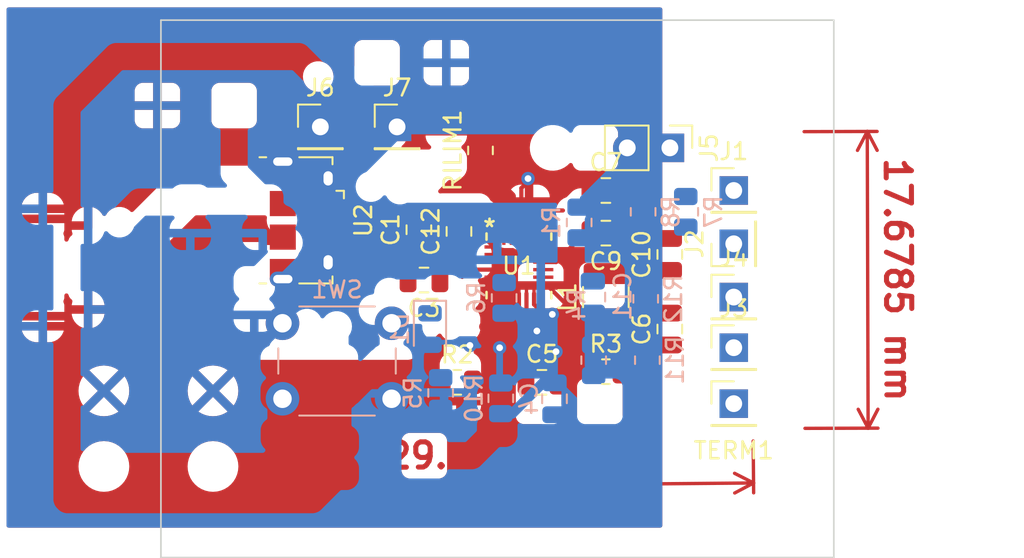
<source format=kicad_pcb>
(kicad_pcb (version 20211014) (generator pcbnew)
  (layers (0 "F.Cu" signal) (31 "B.Cu" signal) (34 "B.Paste" user) (35 "F.Paste" user) (36 "B.SilkS" user "B.Silkscreen") (37 "F.SilkS" user "F.Silkscreen") (38 "B.Mask" user) (39 "F.Mask" user) (44 "Edge.Cuts" user))
  (net 0 "")
  (net 1 "Net-(C1-Pad1)")
  (net 2 "Net-(C3-Pad1)")
  (net 3 "/VREF")
  (net 4 "GNDA")
  (net 5 "Net-(C5-Pad1)")
  (net 6 "Net-(C7-Pad1)")
  (net 7 "/SYS")
  (net 8 "Net-(C11-Pad2)")
  (net 9 "Net-(D1-Pad1)")
  (net 10 "Net-(D1-Pad2)")
  (net 11 "/SCL")
  (net 12 "/SDA")
  (net 13 "Net-(C5-Pad2)")
  (net 14 "Net-(R1-Pad1)")
  (net 15 "Net-(R2-Pad1)")
  (net 16 "Net-(C6-Pad1)")
  (net 17 "Net-(R4-Pad1)")
  (net 18 "Net-(R11-Pad2)")
  (net 19 "Net-(R10-Pad2)")
  (net 20 "Net-(RILIM1-Pad1)")
  (net 22 "GNDPWR")
  (net 23 "Net-(U1-Pad25)")
  (net 24 "Net-(U1-Pad26)")
  (net 25 "Net-(C12-Pad1)")
  (net 26 "Net-(TERM1-Pad1)")
  (footprint "Capacitor_SMD:C_0805_2012Metric" (layer "F.Cu") (at 120.97 129.54)
    (fp_text reference "C5" (at 0 -1.68) (layer "F.SilkS"))
    (fp_text value "47nF")
    (fp_line (start -0.261252 -0.735) (end 0.261252 -0.735) (layer "F.SilkS") (width 0.12))
    (fp_line (start -0.261252 0.735) (end 0.261252 0.735) (layer "F.SilkS") (width 0.12))
    (pad "1" smd roundrect (at -0.95 0) (size 1 1.45) (layers "F.Cu" "F.Paste" "F.Mask") (net 5 "Net-(C5-Pad1)"))
    (pad "2" smd roundrect (at 0.95 0) (size 1 1.45) (layers "F.Cu" "F.Paste" "F.Mask") (net 13 "Net-(C5-Pad2)"))
  )
  (footprint "Resistor_SMD:R_0805_2012Metric" (layer "F.Cu") (at 115.9275 129.54)
    (fp_text reference "R2" (at 0 -1.65) (layer "F.SilkS"))
    (fp_text value "0")
    (fp_line (start -0.227064 0.735) (end 0.227064 0.735) (layer "F.SilkS") (width 0.12))
    (fp_line (start -0.227064 -0.735) (end 0.227064 -0.735) (layer "F.SilkS") (width 0.12))
    (pad "1" smd roundrect (at -0.9125 0) (size 1.025 1.4) (layers "F.Cu" "F.Paste" "F.Mask") (roundrect_rratio 0.243902) (net 15 "Net-(R2-Pad1)"))
    (pad "2" smd roundrect (at 0.9125 0) (size 1.025 1.4) (layers "F.Cu" "F.Paste" "F.Mask") (roundrect_rratio 0.243902) (net 5 "Net-(C5-Pad1)"))
  )
  (footprint "Connector_PinHeader_2.54mm:PinHeader_1x01_P2.54mm_Vertical" (layer "F.Cu") (at 132.4 127.475)
    (fp_text reference "J3" (at 0 -2.33) (layer "F.SilkS"))
    (fp_text value "Conn_01x01_Female")
    (fp_line (start -1.33 1.27) (end -1.33 1.33) (layer "F.SilkS") (width 0.12))
    (fp_line (start -1.33 0) (end -1.33 -1.33) (layer "F.SilkS") (width 0.12))
    (fp_line (start -1.33 1.33) (end 1.33 1.33) (layer "F.SilkS") (width 0.12))
    (fp_line (start -1.33 -1.33) (end 0 -1.33) (layer "F.SilkS") (width 0.12))
    (fp_line (start -1.33 1.27) (end 1.33 1.27) (layer "F.SilkS") (width 0.12))
    (fp_line (start 1.33 1.27) (end 1.33 1.33) (layer "F.SilkS") (width 0.12))
    (pad "1" thru_hole rect (at 0 0) (size 1.7 1.7) (drill 1) (layers *.Cu *.Mask) (net 7 "/SYS"))
  )
  (footprint "Capacitor_SMD:C_0805_2012Metric" (layer "F.Cu") (at 124.78 120.65 180)
    (fp_text reference "C9" (at 0 -1.68) (layer "F.SilkS"))
    (fp_text value "22uF")
    (fp_line (start -0.261252 -0.735) (end 0.261252 -0.735) (layer "F.SilkS") (width 0.12))
    (fp_line (start -0.261252 0.735) (end 0.261252 0.735) (layer "F.SilkS") (width 0.12))
    (pad "1" smd roundrect (at -0.95 0 180) (size 1 1.45) (layers "F.Cu" "F.Paste" "F.Mask") (net 22 "GNDPWR"))
    (pad "2" smd roundrect (at 0.95 0 180) (size 1 1.45) (layers "F.Cu" "F.Paste" "F.Mask") (net 6 "Net-(C7-Pad1)"))
  )
  (footprint "Connector_USB:USB_Micro-B_Amphenol_10118194_Horizontal" (layer "F.Cu") (at 106.8324 119.888 -90)
    (fp_text reference "U2" (at 0 -3.5 90) (layer "F.SilkS"))
    (fp_text value "USB_BQ25629")
    (fp_line (start -1.76 -1.89) (end -1.76 -2.34) (layer "F.SilkS") (width 0.12))
    (fp_line (start -3.76 0.32) (end -3.76 -1.66) (layer "F.SilkS") (width 0.12))
    (fp_line (start -3.76 -1.66) (end -3.34 -1.66) (layer "F.SilkS") (width 0.12))
    (fp_line (start 3.76 -1.66) (end 3.34 -1.66) (layer "F.SilkS") (width 0.12))
    (fp_line (start 3.76 2.29) (end 3.76 2.69) (layer "F.SilkS") (width 0.12))
    (fp_line (start 3.76 0.32) (end 3.76 -1.66) (layer "F.SilkS") (width 0.12))
    (fp_line (start -1.31 -2.34) (end -1.76 -2.34) (layer "F.SilkS") (width 0.12))
    (fp_line (start -3.76 2.69) (end -3.76 2.29) (layer "F.SilkS") (width 0.12))
    (pad "1" smd rect (at -1.3 -1.4 270) (size 0.4 1.35) (layers "F.Cu" "F.Paste" "F.Mask") (net 25 "Net-(C12-Pad1)"))
    (pad "2" smd rect (at -0.65 -1.4 270) (size 0.4 1.35) (layers "F.Cu" "F.Paste" "F.Mask") (net 23 "Net-(U1-Pad25)"))
    (pad "3" smd rect (at 0 -1.4 270) (size 0.4 1.35) (layers "F.Cu" "F.Paste" "F.Mask") (net 24 "Net-(U1-Pad26)"))
    (pad "4" smd rect (at 0.65 -1.4 270) (size 0.4 1.35) (layers "F.Cu" "F.Paste" "F.Mask"))
    (pad "5" smd rect (at 1.3 -1.4 270) (size 0.4 1.35) (layers "F.Cu" "F.Paste" "F.Mask") (net 22 "GNDPWR"))
    (pad "6" thru_hole oval (at 3.5 1.3 270) (size 0.89 1.55) (drill oval 0.5 1.15) (layers *.Cu *.Mask) (net 22 "GNDPWR"))
    (pad "6" smd rect (at -1 1.3 270) (size 1.5 1.55) (layers "F.Cu" "F.Paste" "F.Mask") (net 22 "GNDPWR"))
    (pad "6" thru_hole oval (at -2.5 -1.4 270) (size 1.25 0.95) (drill oval 0.85 0.55) (layers *.Cu *.Mask) (net 22 "GNDPWR"))
    (pad "6" thru_hole oval (at 2.5 -1.4 270) (size 1.25 0.95) (drill oval 0.85 0.55) (layers *.Cu *.Mask) (net 22 "GNDPWR"))
    (pad "6" thru_hole oval (at -3.5 1.3 270) (size 0.89 1.55) (drill oval 0.5 1.15) (layers *.Cu *.Mask) (net 22 "GNDPWR"))
    (pad "6" smd rect (at -2.9 1.3 270) (size 1.2 1.55) (layers "F.Cu" "F.Paste" "F.Mask") (net 22 "GNDPWR"))
    (pad "6" smd rect (at 2.9 1.3 270) (size 1.2 1.55) (layers "F.Cu" "F.Paste" "F.Mask") (net 22 "GNDPWR"))
    (pad "6" smd rect (at 1 1.3 270) (size 1.5 1.55) (layers "F.Cu" "F.Paste" "F.Mask") (net 22 "GNDPWR"))
  )
  (footprint "Connector_PinHeader_2.54mm:PinHeader_1x01_P2.54mm_Vertical" (layer "F.Cu") (at 112.34 114.32)
    (fp_text reference "J7" (at 0 -2.33) (layer "F.SilkS"))
    (fp_text value "Conn_01x01_Female" hide)
    (fp_line (start -1.33 1.27) (end 1.33 1.27) (layer "F.SilkS") (width 0.12))
    (fp_line (start -1.33 0) (end -1.33 -1.33) (layer "F.SilkS") (width 0.12))
    (fp_line (start 1.33 1.27) (end 1.33 1.33) (layer "F.SilkS") (width 0.12))
    (fp_line (start -1.33 1.27) (end -1.33 1.33) (layer "F.SilkS") (width 0.12))
    (fp_line (start -1.33 -1.33) (end 0 -1.33) (layer "F.SilkS") (width 0.12))
    (fp_line (start -1.33 1.33) (end 1.33 1.33) (layer "F.SilkS") (width 0.12))
    (pad "1" thru_hole rect (at 0 0) (size 1.7 1.7) (drill 1) (layers *.Cu *.Mask) (net 25 "Net-(C12-Pad1)"))
  )
  (footprint "Capacitor_SMD:C_0805_2012Metric" (layer "F.Cu") (at 124.78 118.11)
    (fp_text reference "C7" (at 0 -1.68) (layer "F.SilkS"))
    (fp_text value "NC")
    (fp_line (start -0.261252 -0.735) (end 0.261252 -0.735) (layer "F.SilkS") (width 0.12))
    (fp_line (start -0.261252 0.735) (end 0.261252 0.735) (layer "F.SilkS") (width 0.12))
    (pad "1" smd roundrect (at -0.95 0) (size 1 1.45) (layers "F.Cu" "F.Paste" "F.Mask") (net 6 "Net-(C7-Pad1)"))
    (pad "2" smd roundrect (at 0.95 0) (size 1 1.45) (layers "F.Cu" "F.Paste" "F.Mask") (net 22 "GNDPWR"))
  )
  (footprint "Capacitor_SMD:C_0805_2012Metric" (layer "F.Cu") (at 116.0272 120.5484 90)
    (fp_text reference "C12" (at 0 -1.68 90) (layer "F.SilkS"))
    (fp_text value "1uF")
    (fp_line (start -0.261252 0.735) (end 0.261252 0.735) (layer "F.SilkS") (width 0.12))
    (fp_line (start -0.261252 -0.735) (end 0.261252 -0.735) (layer "F.SilkS") (width 0.12))
    (pad "1" smd roundrect (at -0.95 0 90) (size 1 1.45) (layers "F.Cu" "F.Paste" "F.Mask") (net 25 "Net-(C12-Pad1)"))
    (pad "2" smd roundrect (at 0.95 0 90) (size 1 1.45) (layers "F.Cu" "F.Paste" "F.Mask") (net 22 "GNDPWR"))
  )
  (footprint "Capacitor_SMD:C_0805_2012Metric" (layer "F.Cu") (at 113.6396 120.4468 90)
    (fp_text reference "C1" (at 0 -1.68 90) (layer "F.SilkS"))
    (fp_text value "NC")
    (fp_line (start -0.261252 0.735) (end 0.261252 0.735) (layer "F.SilkS") (width 0.12))
    (fp_line (start -0.261252 -0.735) (end 0.261252 -0.735) (layer "F.SilkS") (width 0.12))
    (pad "1" smd roundrect (at -0.95 0 90) (size 1 1.45) (layers "F.Cu" "F.Paste" "F.Mask") (net 1 "Net-(C1-Pad1)"))
    (pad "2" smd roundrect (at 0.95 0 90) (size 1 1.45) (layers "F.Cu" "F.Paste" "F.Mask") (net 22 "GNDPWR"))
  )
  (footprint "Connector_PinHeader_2.54mm:PinHeader_1x01_P2.54mm_Vertical" (layer "F.Cu") (at 107.768 114.32)
    (fp_text reference "J6" (at 0 -2.33) (layer "F.SilkS"))
    (fp_text value "Conn_01x01_Female")
    (fp_line (start -1.33 1.27) (end -1.33 1.33) (layer "F.SilkS") (width 0.12))
    (fp_line (start -1.33 1.33) (end 1.33 1.33) (layer "F.SilkS") (width 0.12))
    (fp_line (start -1.33 0) (end -1.33 -1.33) (layer "F.SilkS") (width 0.12))
    (fp_line (start -1.33 1.27) (end 1.33 1.27) (layer "F.SilkS") (width 0.12))
    (fp_line (start 1.33 1.27) (end 1.33 1.33) (layer "F.SilkS") (width 0.12))
    (fp_line (start -1.33 -1.33) (end 0 -1.33) (layer "F.SilkS") (width 0.12))
    (pad "1" thru_hole rect (at 0 0) (size 1.7 1.7) (drill 1) (layers *.Cu *.Mask) (net 22 "GNDPWR"))
  )
  (footprint "Connector_PinHeader_2.54mm:PinHeader_1x01_P2.54mm_Vertical" (layer "F.Cu") (at 132.4 121.285 90)
    (fp_text reference "J2" (at 0 -2.33 90) (layer "F.SilkS"))
    (fp_text value "Conn_01x01_Female")
    (fp_line (start -1.33 0) (end -1.33 -1.33) (layer "F.SilkS") (width 0.12))
    (fp_line (start 1.33 1.27) (end 1.33 1.33) (layer "F.SilkS") (width 0.12))
    (fp_line (start -1.33 1.27) (end 1.33 1.27) (layer "F.SilkS") (width 0.12))
    (fp_line (start -1.33 -1.33) (end 0 -1.33) (layer "F.SilkS") (width 0.12))
    (fp_line (start -1.33 1.27) (end -1.33 1.33) (layer "F.SilkS") (width 0.12))
    (fp_line (start -1.33 1.33) (end 1.33 1.33) (layer "F.SilkS") (width 0.12))
    (pad "1" thru_hole rect (at 0 0 90) (size 1.7 1.7) (drill 1) (layers *.Cu *.Mask) (net 22 "GNDPWR"))
  )
  (footprint "Capacitor_SMD:C_0805_2012Metric" (layer "F.Cu") (at 113.9444 123.444 180)
    (fp_text reference "C3" (at 0 -1.68) (layer "F.SilkS"))
    (fp_text value "10uF")
    (fp_line (start -0.261252 0.735) (end 0.261252 0.735) (layer "F.SilkS") (width 0.12))
    (fp_line (start -0.261252 -0.735) (end 0.261252 -0.735) (layer "F.SilkS") (width 0.12))
    (pad "1" smd roundrect (at -0.95 0 180) (size 1 1.45) (layers "F.Cu" "F.Paste" "F.Mask") (net 2 "Net-(C3-Pad1)"))
    (pad "2" smd roundrect (at 0.95 0 180) (size 1 1.45) (layers "F.Cu" "F.Paste" "F.Mask") (net 22 "GNDPWR"))
  )
  (footprint "gerenciador_de_bateria_2:QFN-26_MP2731" (layer "F.Cu") (at 119.6 122.6)
    (fp_text reference "U1" (at 0 0 unlocked) (layer "F.SilkS"))
    (fp_text value "MP2731")
    (fp_text user "*" (at -1.7526 -2.2606) (layer "F.SilkS"))
    (fp_text user "*" (at -1.7526 -2.2606 unlocked) (layer "F.SilkS"))
    (fp_poly (pts (xy 2.05 1.025002) (xy 2.05 1.225002) (xy 1.55 1.225002) (xy 1.55 1.550002) (xy 1.45 1.550002) (xy 1.45 2.050002) (xy 1.25 2.050002) (xy 1.25 1.025002)) (layer "F.Cu") (width 0) (fill solid))
    (fp_poly (pts (xy -2.05 1.024999) (xy -2.05 1.224999) (xy -1.55 1.224999) (xy -1.55 1.549999) (xy -1.45 1.549999) (xy -1.45 2.049999) (xy -1.25 2.049999) (xy -1.25 1.024999)) (layer "F.Cu") (width 0) (fill solid))
    (fp_poly (pts (xy 2.05 -1.025004) (xy 2.05 -1.225004) (xy 1.55 -1.225004) (xy 1.55 -1.550004) (xy 1.45 -1.550004) (xy 1.45 -2.050004) (xy 1.25 -2.050004) (xy 1.25 -1.025004)) (layer "F.Cu") (width 0) (fill solid))
    (fp_poly (pts (xy -1.45 -2.050002) (xy -1.25 -2.050002) (xy -1.25 -1.175002) (xy -1.4 -1.025002) (xy -2.05 -1.025002) (xy -2.05 -1.225002) (xy -1.55 -1.225002) (xy -1.55 -1.550002) (xy -1.45 -1.550002)) (layer "F.Cu") (width 0) (fill solid))
    (fp_line (start 1.9304 1.557742) (end 1.9304 1.9304) (layer "F.SilkS") (width 0.1524))
    (fp_line (start 1.9304 -1.9304) (end 1.9304 -1.557744) (layer "F.SilkS") (width 0.1524))
    (fp_line (start -1.9304 1.9304) (end -1.9304 1.557739) (layer "F.SilkS") (width 0.1524))
    (fp_line (start -1.9304 -1.557742) (end -1.9304 -1.9304) (layer "F.SilkS") (width 0.1524))
    (pad "1" smd rect (at -1.65 -1.125002) (size 0.127 0.127) (layers "F.Cu" "F.Paste" "F.Mask"))
    (pad "2" smd rect (at -1.45 -0.675) (size 1.2 0.2) (layers "F.Cu" "F.Paste" "F.Mask") (net 25 "Net-(C12-Pad1)"))
    (pad "3" smd rect (at -1.45 -0.225001) (size 1.2 0.2) (layers "F.Cu" "F.Paste" "F.Mask") (net 2 "Net-(C3-Pad1)"))
    (pad "4" smd rect (at -1.45 0.225001) (size 1.2 0.2) (layers "F.Cu" "F.Paste" "F.Mask") (net 13 "Net-(C5-Pad2)"))
    (pad "5" smd rect (at -1.45 0.675) (size 1.2 0.2) (layers "F.Cu" "F.Paste" "F.Mask") (net 22 "GNDPWR"))
    (pad "6" smd rect (at -1.65 1.124999) (size 0.127 0.127) (layers "F.Cu" "F.Paste" "F.Mask"))
    (pad "7" smd rect (at -1.35 1.649999 90) (size 0.127 0.127) (layers "F.Cu" "F.Paste" "F.Mask") (net 22 "GNDPWR"))
    (pad "8" smd rect (at -0.900001 1.649999 90) (size 0.8 0.2) (layers "F.Cu" "F.Paste" "F.Mask") (net 15 "Net-(R2-Pad1)"))
    (pad "9" smd rect (at -0.449999 1.649999 90) (size 0.8 0.2) (layers "F.Cu" "F.Paste" "F.Mask") (net 9 "Net-(D1-Pad1)"))
    (pad "10" smd rect (at 0 1.649999 90) (size 0.8 0.2) (layers "F.Cu" "F.Paste" "F.Mask") (net 19 "Net-(R10-Pad2)"))
    (pad "11" smd rect (at 0.449999 1.649999 90) (size 0.8 0.2) (layers "F.Cu" "F.Paste" "F.Mask") (net 17 "Net-(R4-Pad1)"))
    (pad "12" smd rect (at 0.900001 1.649999 90) (size 0.8 0.2) (layers "F.Cu" "F.Paste" "F.Mask") (net 8 "Net-(C11-Pad2)"))
    (pad "13" smd rect (at 1.35 1.649999 90) (size 0.127 0.127) (layers "F.Cu" "F.Paste" "F.Mask") (net 3 "/VREF"))
    (pad "14" smd rect (at 1.65 1.125002) (size 0.127 0.127) (layers "F.Cu" "F.Paste" "F.Mask") (net 3 "/VREF"))
    (pad "15" smd rect (at 1.45 0.675) (size 1.2 0.2) (layers "F.Cu" "F.Paste" "F.Mask") (net 4 "GNDA"))
    (pad "16" smd rect (at 1.45 0.225001) (size 1.2 0.2) (layers "F.Cu" "F.Paste" "F.Mask") (net 7 "/SYS"))
    (pad "17" smd rect (at 1.45 -0.225001) (size 1.2 0.2) (layers "F.Cu" "F.Paste" "F.Mask") (net 6 "Net-(C7-Pad1)"))
    (pad "18" smd rect (at 1.45 -0.675) (size 1.2 0.2) (layers "F.Cu" "F.Paste" "F.Mask") (net 4 "GNDA"))
    (pad "19" smd rect (at 1.65 -1.124999) (size 0.127 0.127) (layers "F.Cu" "F.Paste" "F.Mask"))
    (pad "20" smd rect (at 1.35 -1.649999 90) (size 0.127 0.127) (layers "F.Cu" "F.Paste" "F.Mask") (net 11 "/SCL"))
    (pad "21" smd rect (at 0.900001 -1.649999 90) (size 0.8 0.2) (layers "F.Cu" "F.Paste" "F.Mask") (net 12 "/SDA"))
    (pad "22" smd rect (at 0.449999 -1.649999 90) (size 0.8 0.2) (layers "F.Cu" "F.Paste" "F.Mask") (net 14 "Net-(R1-Pad1)"))
    (pad "23" smd rect (at 0 -1.649999 90) (size 0.8 0.2) (layers "F.Cu" "F.Paste" "F.Mask") (net 4 "GNDA"))
    (pad "24" smd rect (at -0.449999 -1.649999 90) (size 0.8 0.2) (layers "F.Cu" "F.Paste" "F.Mask") (net 20 "Net-(RILIM1-Pad1)"))
    (pad "25" smd rect (at -0.900001 -1.649999 90) (size 0.8 0.2) (layers "F.Cu" "F.Paste" "F.Mask") (net 23 "Net-(U1-Pad25)"))
    (pad "26" smd rect (at -1.35 -1.649999 90) (size 0.127 0.127) (layers "F.Cu" "F.Paste" "F.Mask") (net 24 "Net-(U1-Pad26)"))
  )
  (footprint "Resistor_SMD:R_0805_2012Metric" (layer "F.Cu") (at 124.78 128.905)
    (fp_text reference "R3" (at 0 -1.65) (layer "F.SilkS"))
    (fp_text value "NC")
    (fp_line (start -0.227064 -0.735) (end 0.227064 -0.735) (layer "F.SilkS") (width 0.12))
    (fp_line (start -0.227064 0.735) (end 0.227064 0.735) (layer "F.SilkS") (width 0.12))
    (pad "1" smd roundrect (at -0.9125 0) (size 1.025 1.4) (layers "F.Cu" "F.Paste" "F.Mask") (roundrect_rratio 0.243902) (net 13 "Net-(C5-Pad2)"))
    (pad "2" smd roundrect (at 0.9125 0) (size 1.025 1.4) (layers "F.Cu" "F.Paste" "F.Mask") (roundrect_rratio 0.243902) (net 16 "Net-(C6-Pad1)"))
  )
  (footprint "Capacitor_SMD:C_0805_2012Metric" (layer "F.Cu") (at 128.59 121.92 90)
    (fp_text reference "C10" (at 0 -1.68 90) (layer "F.SilkS"))
    (fp_text value "22uF")
    (fp_line (start -0.261252 0.735) (end 0.261252 0.735) (layer "F.SilkS") (width 0.12))
    (fp_line (start -0.261252 -0.735) (end 0.261252 -0.735) (layer "F.SilkS") (width 0.12))
    (pad "1" smd roundrect (at -0.95 0 90) (size 1 1.45) (layers "F.Cu" "F.Paste" "F.Mask") (net 7 "/SYS"))
    (pad "2" smd roundrect (at 0.95 0 90) (size 1 1.45) (layers "F.Cu" "F.Paste" "F.Mask") (net 22 "GNDPWR"))
  )
  (footprint "Connector_PinHeader_2.54mm:PinHeader_1x01_P2.54mm_Vertical" (layer "F.Cu") (at 132.4 124.46)
    (fp_text reference "J4" (at 0 -2.33) (layer "F.SilkS"))
    (fp_text value "Conn_01x01_Female")
    (fp_line (start -1.33 1.27) (end -1.33 1.33) (layer "F.SilkS") (width 0.12))
    (fp_line (start -1.33 -1.33) (end 0 -1.33) (layer "F.SilkS") (width 0.12))
    (fp_line (start -1.33 1.27) (end 1.33 1.27) (layer "F.SilkS") (width 0.12))
    (fp_line (start 1.33 1.27) (end 1.33 1.33) (layer "F.SilkS") (width 0.12))
    (fp_line (start -1.33 1.33) (end 1.33 1.33) (layer "F.SilkS") (width 0.12))
    (fp_line (start -1.33 0) (end -1.33 -1.33) (layer "F.SilkS") (width 0.12))
    (pad "1" thru_hole rect (at 0 0) (size 1.7 1.7) (drill 1) (layers *.Cu *.Mask) (net 22 "GNDPWR"))
  )
  (footprint "Inductor_SMD:L_1210_3225Metric" (layer "F.Cu") (at 124.78 124.46 90)
    (fp_text reference "L1" (at 0 -2.28 90) (layer "F.SilkS"))
    (fp_text value "1uH")
    (fp_line (start -0.602064 -1.36) (end 0.602064 -1.36) (layer "F.SilkS") (width 0.12))
    (fp_line (start -0.602064 1.36) (end 0.602064 1.36) (layer "F.SilkS") (width 0.12))
    (pad "1" smd roundrect (at -1.4 0 90) (size 1.25 2.65) (layers "F.Cu" "F.Paste" "F.Mask") (roundrect_rratio 0.2) (net 13 "Net-(C5-Pad2)"))
    (pad "2" smd roundrect (at 1.4 0 90) (size 1.25 2.65) (layers "F.Cu" "F.Paste" "F.Mask") (roundrect_rratio 0.2) (net 7 "/SYS"))
  )
  (footprint "Connector_PinHeader_2.54mm:PinHeader_1x01_P2.54mm_Vertical" (layer "F.Cu") (at 132.4 118.11)
    (fp_text reference "J1" (at 0 -2.33) (layer "F.SilkS"))
    (fp_text value "Conn_01x01_Female")
    (fp_line (start -1.33 1.27) (end -1.33 1.33) (layer "F.SilkS") (width 0.12))
    (fp_line (start -1.33 0) (end -1.33 -1.33) (layer "F.SilkS") (width 0.12))
    (fp_line (start 1.33 1.27) (end 1.33 1.33) (layer "F.SilkS") (width 0.12))
    (fp_line (start -1.33 1.27) (end 1.33 1.27) (layer "F.SilkS") (width 0.12))
    (fp_line (start -1.33 1.33) (end 1.33 1.33) (layer "F.SilkS") (width 0.12))
    (fp_line (start -1.33 -1.33) (end 0 -1.33) (layer "F.SilkS") (width 0.12))
    (pad "1" thru_hole rect (at 0 0) (size 1.7 1.7) (drill 1) (layers *.Cu *.Mask) (net 6 "Net-(C7-Pad1)"))
  )
  (footprint "Resistor_SMD:R_0805_2012Metric" (layer "F.Cu") (at 117.31 115.7225 90)
    (fp_text reference "RILIM1" (at 0 -1.65 90) (layer "F.SilkS"))
    (fp_text value "249")
    (fp_line (start -0.227064 0.735) (end 0.227064 0.735) (layer "F.SilkS") (width 0.12))
    (fp_line (start -0.227064 -0.735) (end 0.227064 -0.735) (layer "F.SilkS") (width 0.12))
    (pad "1" smd roundrect (at -0.9125 0 90) (size 1.025 1.4) (layers "F.Cu" "F.Paste" "F.Mask") (roundrect_rratio 0.243902) (net 20 "Net-(RILIM1-Pad1)"))
    (pad "2" smd roundrect (at 0.9125 0 90) (size 1.025 1.4) (layers "F.Cu" "F.Paste" "F.Mask") (roundrect_rratio 0.243902) (net 4 "GNDA"))
  )
  (footprint "Capacitor_SMD:C_0805_2012Metric" (layer "F.Cu") (at 128.59 126.365 90)
    (fp_text reference "C6" (at 0 -1.68 90) (layer "F.SilkS"))
    (fp_text value "NC")
    (fp_line (start -0.261252 0.735) (end 0.261252 0.735) (layer "F.SilkS") (width 0.12))
    (fp_line (start -0.261252 -0.735) (end 0.261252 -0.735) (layer "F.SilkS") (width 0.12))
    (pad "1" smd roundrect (at -0.95 0 90) (size 1 1.45) (layers "F.Cu" "F.Paste" "F.Mask") (net 16 "Net-(C6-Pad1)"))
    (pad "2" smd roundrect (at 0.95 0 90) (size 1 1.45) (layers "F.Cu" "F.Paste" "F.Mask") (net 22 "GNDPWR"))
  )
  (footprint "Connector_PinHeader_2.54mm:PinHeader_1x02_P2.54mm_Vertical" (layer "F.Cu") (at 128.595 115.57 -90)
    (fp_text reference "J5" (at 0 -2.33 90) (layer "F.SilkS"))
    (fp_text value "Conn_01x02_Male")
    (fp_line (start -1.33 3.87) (end 1.33 3.87) (layer "F.SilkS") (width 0.12))
    (fp_line (start -1.33 1.27) (end -1.33 3.87) (layer "F.SilkS") (width 0.12))
    (fp_line (start -1.33 0) (end -1.33 -1.33) (layer "F.SilkS") (width 0.12))
    (fp_line (start -1.33 1.27) (end 1.33 1.27) (layer "F.SilkS") (width 0.12))
    (fp_line (start 1.33 1.27) (end 1.33 3.87) (layer "F.SilkS") (width 0.12))
    (fp_line (start -1.33 -1.33) (end 0 -1.33) (layer "F.SilkS") (width 0.12))
    (pad "1" thru_hole rect (at 0 0 270) (size 1.7 1.7) (drill 1) (layers *.Cu *.Mask) (net 11 "/SCL"))
    (pad "2" thru_hole oval (at 0 2.54 270) (size 1.7 1.7) (drill 1) (layers *.Cu *.Mask) (net 12 "/SDA"))
  )
  (footprint "Connector_PinHeader_2.54mm:PinHeader_1x01_P2.54mm_Vertical" (layer "F.Cu") (at 132.4 130.81)
    (fp_text reference "TERM1" (at 0 2.794) (layer "F.SilkS"))
    (fp_text value "Conn_01x01_Female" hide)
    (fp_line (start -1.33 0) (end -1.33 -1.33) (layer "F.SilkS") (width 0.12))
    (fp_line (start -1.33 1.27) (end 1.33 1.27) (layer "F.SilkS") (width 0.12))
    (fp_line (start -1.33 -1.33) (end 0 -1.33) (layer "F.SilkS") (width 0.12))
    (fp_line (start -1.33 1.33) (end 1.33 1.33) (layer "F.SilkS") (width 0.12))
    (fp_line (start 1.33 1.27) (end 1.33 1.33) (layer "F.SilkS") (width 0.12))
    (fp_line (start -1.33 1.27) (end -1.33 1.33) (layer "F.SilkS") (width 0.12))
    (pad "1" thru_hole rect (at 0 0) (size 1.7 1.7) (drill 1) (layers *.Cu *.Mask) (net 26 "Net-(TERM1-Pad1)"))
  )
  (footprint "Resistor_SMD:R_0805_2012Metric" (layer "B.Cu") (at 123.19 120.015 -90)
    (fp_text reference "R1" (at 0 1.65 90) (layer "B.SilkS") (effects (justify mirror)))
    (fp_text value "100k")
    (fp_line (start -0.227064 -0.735) (end 0.227064 -0.735) (layer "B.SilkS") (width 0.12))
    (fp_line (start -0.227064 0.735) (end 0.227064 0.735) (layer "B.SilkS") (width 0.12))
    (pad "1" smd roundrect (at -0.9125 0 270) (size 1.025 1.4) (layers "B.Cu" "B.Paste" "B.Mask") (roundrect_rratio 0.243902) (net 14 "Net-(R1-Pad1)"))
    (pad "2" smd roundrect (at 0.9125 0 270) (size 1.025 1.4) (layers "B.Cu" "B.Paste" "B.Mask") (roundrect_rratio 0.243902) (net 3 "/VREF"))
  )
  (footprint "Resistor_SMD:R_0805_2012Metric" (layer "B.Cu") (at 129.54 119.38 90)
    (fp_text reference "R7" (at 0 1.65 90) (layer "B.SilkS") (effects (justify mirror)))
    (fp_text value "10k")
    (fp_line (start -0.227064 0.735) (end 0.227064 0.735) (layer "B.SilkS") (width 0.12))
    (fp_line (start -0.227064 -0.735) (end 0.227064 -0.735) (layer "B.SilkS") (width 0.12))
    (pad "1" smd roundrect (at -0.9125 0 90) (size 1.025 1.4) (layers "B.Cu" "B.Paste" "B.Mask") (roundrect_rratio 0.243902) (net 7 "/SYS"))
    (pad "2" smd roundrect (at 0.9125 0 90) (size 1.025 1.4) (layers "B.Cu" "B.Paste" "B.Mask") (roundrect_rratio 0.243902) (net 11 "/SCL"))
  )
  (footprint "Resistor_SMD:R_0805_2012Metric" (layer "B.Cu") (at 127.1524 124.5616 90)
    (fp_text reference "R12" (at 0 1.65 90) (layer "B.SilkS") (effects (justify mirror)))
    (fp_text value "0")
    (fp_line (start -0.227064 -0.735) (end 0.227064 -0.735) (layer "B.SilkS") (width 0.12))
    (fp_line (start -0.227064 0.735) (end 0.227064 0.735) (layer "B.SilkS") (width 0.12))
    (pad "1" smd roundrect (at -0.9125 0 90) (size 1.025 1.4) (layers "B.Cu" "B.Paste" "B.Mask") (roundrect_rratio 0.243902) (net 18 "Net-(R11-Pad2)"))
    (pad "2" smd roundrect (at 0.9125 0 90) (size 1.025 1.4) (layers "B.Cu" "B.Paste" "B.Mask") (roundrect_rratio 0.243902) (net 4 "GNDA"))
  )
  (footprint "Resistor_SMD:R_0805_2012Metric" (layer "B.Cu") (at 114.935 130.175 -90)
    (fp_text reference "R5" (at 0 1.65 90) (layer "B.SilkS") (effects (justify mirror)))
    (fp_text value "2K")
    (fp_line (start -0.227064 -0.735) (end 0.227064 -0.735) (layer "B.SilkS") (width 0.12))
    (fp_line (start -0.227064 0.735) (end 0.227064 0.735) (layer "B.SilkS") (width 0.12))
    (pad "1" smd roundrect (at -0.9125 0 270) (size 1.025 1.4) (layers "B.Cu" "B.Paste" "B.Mask") (roundrect_rratio 0.243902) (net 10 "Net-(D1-Pad2)"))
    (pad "2" smd roundrect (at 0.9125 0 270) (size 1.025 1.4) (layers "B.Cu" "B.Paste" "B.Mask") (roundrect_rratio 0.243902) (net 3 "/VREF"))
  )
  (footprint "Resistor_SMD:R_0805_2012Metric" (layer "B.Cu") (at 124.0536 128.2192 -90)
    (fp_text reference "R4" (at -3.302 1.016 90) (layer "B.SilkS") (effects (justify mirror)))
    (fp_text value "10K")
    (fp_line (start -0.227064 -0.735) (end 0.227064 -0.735) (layer "B.SilkS") (width 0.12))
    (fp_line (start -0.227064 0.735) (end 0.227064 0.735) (layer "B.SilkS") (width 0.12))
    (pad "1" smd roundrect (at -0.9125 0 270) (size 1.025 1.4) (layers "B.Cu" "B.Paste" "B.Mask") (roundrect_rratio 0.243902) (net 17 "Net-(R4-Pad1)"))
    (pad "2" smd roundrect (at 0.9125 0 270) (size 1.025 1.4) (layers "B.Cu" "B.Paste" "B.Mask") (roundrect_rratio 0.243902) (net 18 "Net-(R11-Pad2)"))
  )
  (footprint "Resistor_SMD:R_0805_2012Metric" (layer "B.Cu") (at 118.7196 124.5108 -90)
    (fp_text reference "R6" (at 0 1.65 90) (layer "B.SilkS") (effects (justify mirror)))
    (fp_text value "10K")
    (fp_line (start -0.227064 0.735) (end 0.227064 0.735) (layer "B.SilkS") (width 0.12))
    (fp_line (start -0.227064 -0.735) (end 0.227064 -0.735) (layer "B.SilkS") (width 0.12))
    (pad "1" smd roundrect (at -0.9125 0 270) (size 1.025 1.4) (layers "B.Cu" "B.Paste" "B.Mask") (roundrect_rratio 0.243902) (net 8 "Net-(C11-Pad2)"))
    (pad "2" smd roundrect (at 0.9125 0 270) (size 1.025 1.4) (layers "B.Cu" "B.Paste" "B.Mask") (roundrect_rratio 0.243902) (net 17 "Net-(R4-Pad1)"))
  )
  (footprint "Capacitor_SMD:C_0805_2012Metric" (layer "B.Cu") (at 124.0028 124.46 -90)
    (fp_text reference "C11" (at -0.046 -1.778 90) (layer "B.SilkS") (effects (justify mirror)))
    (fp_text value "NC")
    (fp_line (start -0.261252 0.735) (end 0.261252 0.735) (layer "B.SilkS") (width 0.12))
    (fp_line (start -0.261252 -0.735) (end 0.261252 -0.735) (layer "B.SilkS") (width 0.12))
    (pad "1" smd roundrect (at -0.95 0 270) (size 1 1.45) (layers "B.Cu" "B.Paste" "B.Mask") (net 4 "GNDA"))
    (pad "2" smd roundrect (at 0.95 0 270) (size 1 1.45) (layers "B.Cu" "B.Paste" "B.Mask") (net 8 "Net-(C11-Pad2)"))
  )
  (footprint "Resistor_SMD:R_0805_2012Metric" (layer "B.Cu") (at 127 119.38 90)
    (fp_text reference "R8" (at 0 1.65 90) (layer "B.SilkS") (effects (justify mirror)))
    (fp_text value "10k")
    (fp_line (start -0.227064 -0.735) (end 0.227064 -0.735) (layer "B.SilkS") (width 0.12))
    (fp_line (start -0.227064 0.735) (end 0.227064 0.735) (layer "B.SilkS") (width 0.12))
    (pad "1" smd roundrect (at -0.9125 0 90) (size 1.025 1.4) (layers "B.Cu" "B.Paste" "B.Mask") (roundrect_rratio 0.243902) (net 7 "/SYS"))
    (pad "2" smd roundrect (at 0.9125 0 90) (size 1.025 1.4) (layers "B.Cu" "B.Paste" "B.Mask") (roundrect_rratio 0.243902) (net 12 "/SDA"))
  )
  (footprint "Button_Switch_THT:SW_PUSH_6mm" (layer "B.Cu") (at 112.0128 126.02 180)
    (fp_text reference "SW1" (at 3.25 2) (layer "B.SilkS") (effects (justify mirror)))
    (fp_text value "SW_Push")
    (fp_line (start 6.75 -3) (end 6.75 -1.5) (layer "B.SilkS") (width 0.12))
    (fp_line (start 1 -5.5) (end 5.5 -5.5) (layer "B.SilkS") (width 0.12))
    (fp_line (start -0.25 -1.5) (end -0.25 -3) (layer "B.SilkS") (width 0.12))
    (fp_line (start 5.5 1) (end 1 1) (layer "B.SilkS") (width 0.12))
    (pad "1" thru_hole circle (at 0 0 90) (size 2 2) (drill 1.1) (layers *.Cu *.Mask) (net 4 "GNDA"))
    (pad "1" thru_hole circle (at 6.5 0 90) (size 2 2) (drill 1.1) (layers *.Cu *.Mask) (net 4 "GNDA"))
    (pad "2" thru_hole circle (at 6.5 -4.5 90) (size 2 2) (drill 1.1) (layers *.Cu *.Mask) (net 3 "/VREF"))
    (pad "2" thru_hole circle (at 0 -4.5 90) (size 2 2) (drill 1.1) (layers *.Cu *.Mask) (net 3 "/VREF"))
  )
  (footprint "Resistor_SMD:R_0805_2012Metric" (layer "B.Cu") (at 127.254 128.2192 90)
    (fp_text reference "R11" (at 0 1.65 90) (layer "B.SilkS") (effects (justify mirror)))
    (fp_text value "0")
    (fp_line (start -0.227064 -0.735) (end 0.227064 -0.735) (layer "B.SilkS") (width 0.12))
    (fp_line (start -0.227064 0.735) (end 0.227064 0.735) (layer "B.SilkS") (width 0.12))
    (pad "1" smd roundrect (at -0.9125 0 90) (size 1.025 1.4) (layers "B.Cu" "B.Paste" "B.Mask") (roundrect_rratio 0.243902) (net 26 "Net-(TERM1-Pad1)"))
    (pad "2" smd roundrect (at 0.9125 0 90) (size 1.025 1.4) (layers "B.Cu" "B.Paste" "B.Mask") (roundrect_rratio 0.243902) (net 18 "Net-(R11-Pad2)"))
  )
  (footprint "Capacitor_SMD:C_0805_2012Metric" (layer "B.Cu") (at 121.72 130.52 -90)
    (fp_text reference "C4" (at 0 1.51 90) (layer "B.SilkS") (effects (justify mirror)))
    (fp_text value "10uF")
    (fp_line (start -0.261252 0.735) (end 0.261252 0.735) (layer "B.SilkS") (width 0.12))
    (fp_line (start -0.261252 -0.735) (end 0.261252 -0.735) (layer "B.SilkS") (width 0.12))
    (pad "1" smd roundrect (at -0.95 0 270) (size 1 1.45) (layers "B.Cu" "B.Paste" "B.Mask") (net 3 "/VREF"))
    (pad "2" smd roundrect (at 0.95 0 270) (size 1 1.45) (layers "B.Cu" "B.Paste" "B.Mask") (net 4 "GNDA"))
  )
  (footprint "Resistor_SMD:R_0805_2012Metric" (layer "B.Cu") (at 118.52 130.4925 90)
    (fp_text reference "R10" (at -0.0075 -1.6 90) (layer "B.SilkS") (effects (justify mirror)))
    (fp_text value "2k")
    (fp_line (start -0.227064 0.735) (end 0.227064 0.735) (layer "B.SilkS") (width 0.12))
    (fp_line (start -0.227064 -0.735) (end 0.227064 -0.735) (layer "B.SilkS") (width 0.12))
    (pad "1" smd roundrect (at -0.9125 0 90) (size 1.025 1.4) (layers "B.Cu" "B.Paste" "B.Mask") (roundrect_rratio 0.243902) (net 3 "/VREF"))
    (pad "2" smd roundrect (at 0.9125 0 90) (size 1.025 1.4) (layers "B.Cu" "B.Paste" "B.Mask") (roundrect_rratio 0.243902) (net 19 "Net-(R10-Pad2)"))
  )
  (footprint "LED_SMD:LED_0805_2012Metric" (layer "B.Cu") (at 114.3 126.365 -90)
    (fp_text reference "D1" (at 0 1.778 90) (layer "B.SilkS") (effects (justify mirror)))
    (fp_text value "LED")
    (fp_line (start -1.685 -0.96) (end 1 -0.96) (layer "B.SilkS") (width 0.12))
    (fp_line (start -1.685 0.96) (end -1.685 -0.96) (layer "B.SilkS") (width 0.12))
    (fp_line (start 1 0.96) (end -1.685 0.96) (layer "B.SilkS") (width 0.12))
    (pad "1" smd roundrect (at -0.9375 0 270) (size 0.975 1.4) (layers "B.Cu" "B.Paste" "B.Mask") (net 9 "Net-(D1-Pad1)"))
    (pad "2" smd roundrect (at 0.9375 0 270) (size 0.975 1.4) (layers "B.Cu" "B.Paste" "B.Mask") (net 10 "Net-(D1-Pad2)"))
  )
  (gr_line (start 98.27 139.98) (end 138.36 139.98) (layer "Edge.Cuts") (width 0.1))
  (gr_line (start 138.36 139.98) (end 138.36 107.96) (layer "Edge.Cuts") (width 0.1))
  (gr_line (start 98.27 107.96) (end 98.27 139.98) (layer "Edge.Cuts") (width 0.1))
  (gr_line (start 138.36 107.96) (end 98.27 107.96) (layer "Edge.Cuts") (width 0.1))
  (dimension (type aligned) (layer "F.Cu") (pts (xy 136.0932 114.6048) (xy 136.144 132.2832)) (height -4.260905) (gr_text "17,6785 mm" (at 142.17948 123.426584 270.1646426) (layer "F.Cu") (effects (font (size 1.5 1.5) (thickness 0.3)))) (format (units 3) (units_format 1) (precision 4)) (style (thickness 0.2) (arrow_length 1.27) (text_position_mode 0) (extension_height 0.58642) (extension_offset 0.5) keep_text_aligned))
  (dimension (type aligned) (layer "F.Cu") (pts (xy 104.3432 132.7912) (xy 133.5532 132.5372)) (height 2.999295) (gr_text "29,2111 mm" (at 118.958628 133.86345 0.4982116126) (layer "F.Cu") (effects (font (size 1.5 1.5) (thickness 0.3)))) (format (units 3) (units_format 1) (precision 4)) (style (thickness 0.2) (arrow_length 1.27) (text_position_mode 0) (extension_height 0.58642) (extension_offset 0.5) keep_text_aligned))
  (segment (start 121.25 123.725002) (end 122.93 125.405002) (width 0.25) (layer "F.Cu") (net 3))
  (segment (start 122.93 126.94) (end 122.16 127.71) (width 0.25) (layer "F.Cu") (net 3))
  (segment (start 122.93 125.405002) (end 122.93 126.94) (width 0.25) (layer "F.Cu") (net 3))
  (segment (start 122.16 127.71) (end 121.81 127.71) (width 0.25) (layer "F.Cu") (net 3))
  (via (at 121.81 127.71) (size 0.8) (drill 0.4) (layers "F.Cu" "B.Cu") (net 3))
  (segment (start 121.72 129.57) (end 121.72 127.8) (width 0.4) (layer "B.Cu") (net 3))
  (segment (start 119.195 131.405) (end 121.03 129.57) (width 0.6) (layer "B.Cu") (net 3))
  (segment (start 118.52 131.405) (end 119.195 131.405) (width 0.6) (layer "B.Cu") (net 3))
  (segment (start 121.03 129.57) (end 121.72 129.57) (width 0.6) (layer "B.Cu") (net 3))
  (segment (start 121.72 127.8) (end 121.81 127.71) (width 0.4) (layer "B.Cu") (net 3))
  (segment (start 121.81 129.48) (end 121.72 129.57) (width 0.25) (layer "B.Cu") (net 3))
  (segment (start 121.05 122.374999) (end 121.815001 122.374999) (width 0.25) (layer "F.Cu") (net 6))
  (segment (start 121.815001 122.374999) (end 123.23 120.96) (width 0.25) (layer "F.Cu") (net 6))
  (segment (start 123.23 120.96) (end 123.23 120.69) (width 0.25) (layer "F.Cu") (net 6))
  (segment (start 132.4075 127.4825) (end 132.4 127.475) (width 0.6) (layer "F.Cu") (net 7))
  (segment (start 120.500001 124.249999) (end 120.500001 124.900001) (width 0.25) (layer "F.Cu") (net 8))
  (segment (start 120.500001 124.900001) (end 121.05 125.45) (width 0.25) (layer "F.Cu") (net 8))
  (segment (start 121.05 125.45) (end 121.09 125.49) (width 0.25) (layer "F.Cu") (net 8))
  (segment (start 121.09 125.49) (end 121.59 125.49) (width 0.25) (layer "F.Cu") (net 8))
  (via (at 121.59 125.49) (size 0.8) (drill 0.4) (layers "F.Cu" "B.Cu") (net 8))
  (segment (start 119.150001 124.249999) (end 119.150001 125.489999) (width 0.25) (layer "F.Cu") (net 9))
  (segment (start 117.3 127.34) (end 116.68 127.34) (width 0.25) (layer "F.Cu") (net 9))
  (segment (start 119.150001 125.489999) (end 117.53 127.11) (width 0.25) (layer "F.Cu") (net 9))
  (segment (start 117.53 127.11) (end 117.3 127.34) (width 0.25) (layer "F.Cu") (net 9))
  (via (at 116.68 127.34) (size 0.8) (drill 0.4) (layers "F.Cu" "B.Cu") (net 9))
  (segment (start 120.95 119.96) (end 120.96 119.95) (width 0.25) (layer "F.Cu") (net 11))
  (segment (start 121.61 119.3) (end 122.22 119.3) (width 0.25) (layer "F.Cu") (net 11))
  (segment (start 120.96 119.95) (end 121.61 119.3) (width 0.25) (layer "F.Cu") (net 11))
  (segment (start 120.95 120.950001) (end 120.95 119.96) (width 0.25) (layer "F.Cu") (net 11))
  (segment (start 120.500001 120.950001) (end 120.500001 119.160001) (width 0.25) (layer "F.Cu") (net 12))
  (segment (start 120.500001 119.160001) (end 120.49 119.15) (width 0.25) (layer "F.Cu") (net 12))
  (segment (start 116.654999 122.825001) (end 116.22 123.26) (width 0.25) (layer "F.Cu") (net 13))
  (segment (start 118.15 122.825001) (end 116.654999 122.825001) (width 0.25) (layer "F.Cu") (net 13))
  (segment (start 120.142 117.571884) (end 119.745 117.968884) (width 0.25) (layer "F.Cu") (net 14))
  (segment (start 120.049999 119.735304) (end 120.049999 120.950001) (width 0.25) (layer "F.Cu") (net 14))
  (segment (start 120.142 117.3988) (end 120.142 117.571884) (width 0.25) (layer "F.Cu") (net 14))
  (segment (start 119.745 119.430305) (end 120.049999 119.735304) (width 0.25) (layer "F.Cu") (net 14))
  (segment (start 119.745 117.968884) (end 119.745 119.430305) (width 0.25) (layer "F.Cu") (net 14))
  (via (at 120.142 117.3988) (size 0.8) (drill 0.4) (layers "F.Cu" "B.Cu") (net 14))
  (segment (start 117.528 126.222) (end 118.18 125.57) (width 0.6) (layer "F.Cu") (net 15))
  (segment (start 118.699999 125.050001) (end 118.18 125.57) (width 0.25) (layer "F.Cu") (net 15))
  (segment (start 118.699999 124.249999) (end 118.699999 125.050001) (width 0.25) (layer "F.Cu") (net 15))
  (segment (start 120.049999 125.859999) (end 120.67 126.48) (width 0.25) (layer "F.Cu") (net 17))
  (segment (start 120.049999 124.249999) (end 120.049999 125.859999) (width 0.25) (layer "F.Cu") (net 17))
  (via (at 120.67 126.48) (size 0.8) (drill 0.4) (layers "F.Cu" "B.Cu") (net 17))
  (segment (start 119.6 124.249999) (end 119.6 126.33) (width 0.25) (layer "F.Cu") (net 19))
  (segment (start 119.6 126.33) (end 118.45 127.48) (width 0.25) (layer "F.Cu") (net 19))
  (via (at 118.45 127.48) (size 0.8) (drill 0.4) (layers "F.Cu" "B.Cu") (net 19))
  (segment (start 118.45 127.48) (end 118.45 129.51) (width 0.4) (layer "B.Cu") (net 19))
  (segment (start 118.45 129.51) (end 118.52 129.58) (width 0.4) (layer "B.Cu") (net 19))
  (segment (start 117.31 116.66) (end 119.12 118.47) (width 0.6) (layer "F.Cu") (net 20))
  (segment (start 119.150001 118.500001) (end 119.12 118.47) (width 0.25) (layer "F.Cu") (net 20))
  (segment (start 119.150001 120.950001) (end 119.150001 118.500001) (width 0.25) (layer "F.Cu") (net 20))
  (segment (start 117.31 116.635) (end 117.31 116.66) (width 0.6) (layer "F.Cu") (net 20))
  (zone (net 4) (net_name "GNDA") (layers F&B.Cu) (connect_pads (clearance 0.508)) (min_thickness 0.254) (fill yes (thermal_gap 0.508) (thermal_bridge_width 0.508))
    (polygon (pts (xy 128.582 138.62) (xy 88.682 138.63) (xy 88.692 106.78) (xy 88.692 106.76) (xy 128.572 106.76)))
  )
)
</source>
